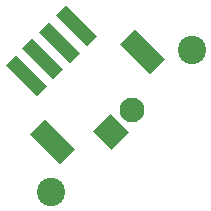
<source format=gbs>
G04 #@! TF.FileFunction,Soldermask,Bot*
%FSLAX46Y46*%
G04 Gerber Fmt 4.6, Leading zero omitted, Abs format (unit mm)*
G04 Created by KiCad (PCBNEW 4.0.4-stable) date 10/29/16 17:51:51*
%MOMM*%
%LPD*%
G01*
G04 APERTURE LIST*
%ADD10C,0.100000*%
%ADD11C,2.400000*%
%ADD12C,2.100000*%
G04 APERTURE END LIST*
D10*
D11*
X150000000Y-55000000D03*
D10*
G36*
X144620280Y-61935355D02*
X143135355Y-63420280D01*
X141579720Y-61864645D01*
X143064645Y-60379720D01*
X144620280Y-61935355D01*
X144620280Y-61935355D01*
G37*
D12*
X144896051Y-60103949D03*
D10*
G36*
X139275216Y-51184046D02*
X141891511Y-53800341D01*
X141042982Y-54648870D01*
X138426687Y-52032575D01*
X139275216Y-51184046D01*
X139275216Y-51184046D01*
G37*
G36*
X137861002Y-52598260D02*
X140477297Y-55214555D01*
X139628768Y-56063084D01*
X137012473Y-53446789D01*
X137861002Y-52598260D01*
X137861002Y-52598260D01*
G37*
G36*
X136446789Y-54012473D02*
X139063084Y-56628768D01*
X138214555Y-57477297D01*
X135598260Y-54861002D01*
X136446789Y-54012473D01*
X136446789Y-54012473D01*
G37*
G36*
X135032575Y-55426687D02*
X137648870Y-58042982D01*
X136800341Y-58891511D01*
X134184046Y-56275216D01*
X135032575Y-55426687D01*
X135032575Y-55426687D01*
G37*
G36*
X145144202Y-53234657D02*
X147689786Y-55780241D01*
X146416994Y-57053033D01*
X143871410Y-54507449D01*
X145144202Y-53234657D01*
X145144202Y-53234657D01*
G37*
G36*
X137507449Y-60871410D02*
X140053033Y-63416994D01*
X138780241Y-64689786D01*
X136234657Y-62144202D01*
X137507449Y-60871410D01*
X137507449Y-60871410D01*
G37*
D11*
X138000000Y-67000000D03*
M02*

</source>
